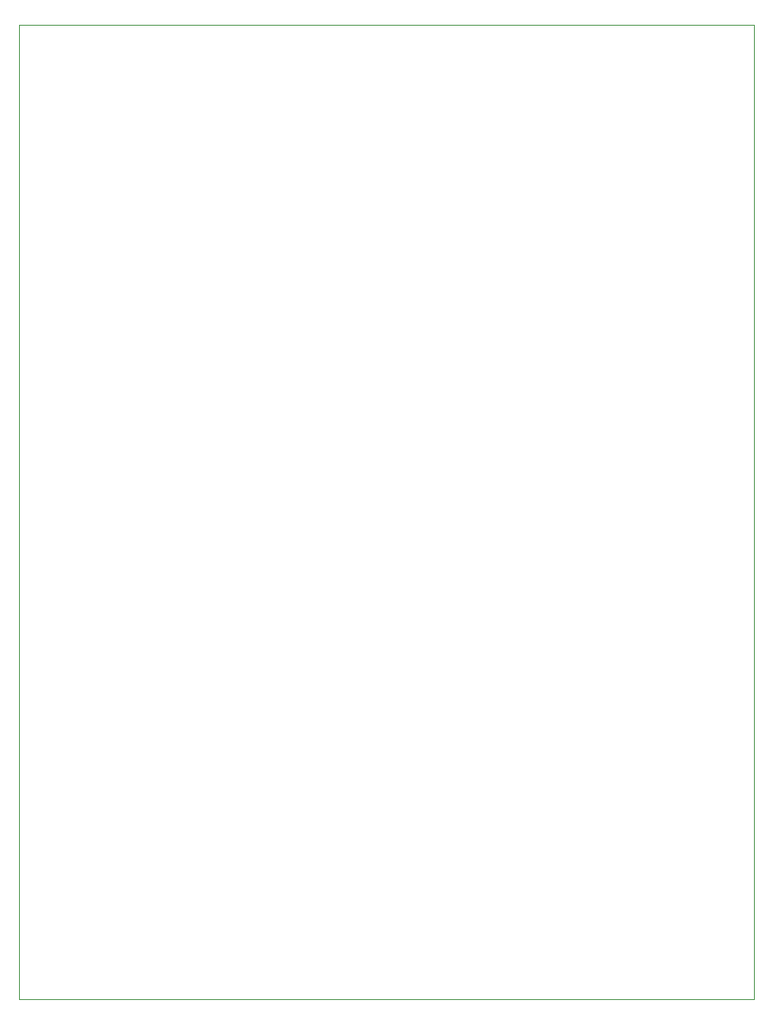
<source format=gbr>
G04 #@! TF.GenerationSoftware,KiCad,Pcbnew,(5.1.4)-1*
G04 #@! TF.CreationDate,2023-06-30T15:23:11-04:00*
G04 #@! TF.ProjectId,4ChWirelessLaunchController,34436857-6972-4656-9c65-73734c61756e,rev?*
G04 #@! TF.SameCoordinates,Original*
G04 #@! TF.FileFunction,Profile,NP*
%FSLAX46Y46*%
G04 Gerber Fmt 4.6, Leading zero omitted, Abs format (unit mm)*
G04 Created by KiCad (PCBNEW (5.1.4)-1) date 2023-06-30 15:23:11*
%MOMM*%
%LPD*%
G04 APERTURE LIST*
%ADD10C,0.050000*%
G04 APERTURE END LIST*
D10*
X64579500Y-226187000D02*
X64516000Y-126492000D01*
X139763500Y-226187000D02*
X64579500Y-226187000D01*
X139763500Y-126492000D02*
X139763500Y-226187000D01*
X64516000Y-126492000D02*
X139763500Y-126492000D01*
M02*

</source>
